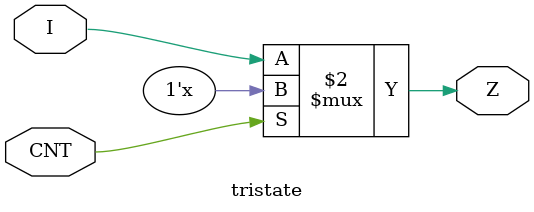
<source format=v>
module tristate(CNT,I,Z);
input CNT,I;
output Z;
assign Z=(CNT==1)?1'bz:I;
endmodule
</source>
